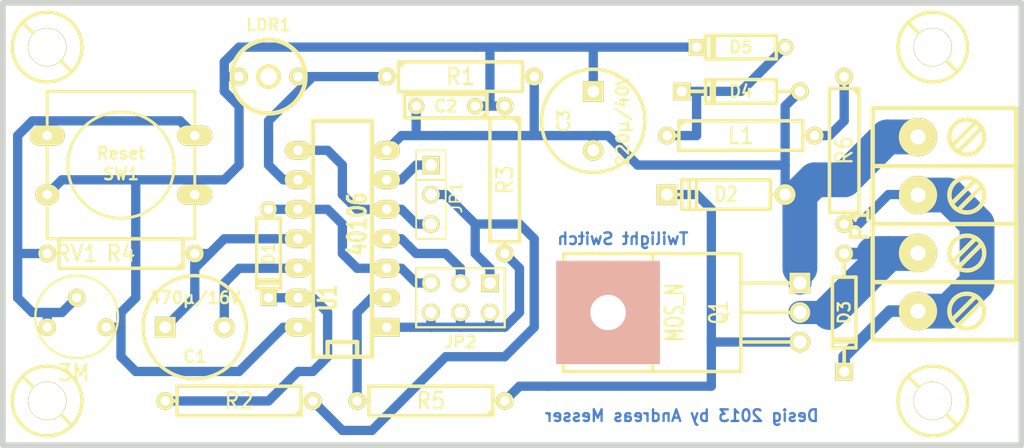
<source format=kicad_pcb>
(kicad_pcb (version 3) (host pcbnew "(2013-may-01)-stable")

  (general
    (links 50)
    (no_connects 0)
    (area 78.489999 129.289999 166.620001 167.890001)
    (thickness 1.6)
    (drawings 6)
    (tracks 178)
    (zones 0)
    (modules 27)
    (nets 20)
  )

  (page A4)
  (title_block 
    (title "Twilight Switch")
    (rev 1)
    (company "Andreas Messer")
    (comment 1 "Copyright (c) 2013")
  )

  (layers
    (15 F.Cu signal)
    (0 B.Cu signal)
    (16 B.Adhes user)
    (17 F.Adhes user)
    (18 B.Paste user)
    (19 F.Paste user)
    (20 B.SilkS user)
    (21 F.SilkS user)
    (22 B.Mask user)
    (23 F.Mask user)
    (24 Dwgs.User user)
    (25 Cmts.User user)
    (26 Eco1.User user)
    (27 Eco2.User user)
    (28 Edge.Cuts user)
  )

  (setup
    (last_trace_width 0.8)
    (user_trace_width 1)
    (user_trace_width 2)
    (user_trace_width 3)
    (trace_clearance 0.254)
    (zone_clearance 0.508)
    (zone_45_only no)
    (trace_min 0.254)
    (segment_width 0.2)
    (edge_width 0.15)
    (via_size 0.889)
    (via_drill 0.635)
    (via_min_size 0.889)
    (via_min_drill 0.508)
    (uvia_size 0.508)
    (uvia_drill 0.127)
    (uvias_allowed no)
    (uvia_min_size 0.508)
    (uvia_min_drill 0.127)
    (pcb_text_width 0.3)
    (pcb_text_size 1 1)
    (mod_edge_width 0.15)
    (mod_text_size 1 1)
    (mod_text_width 0.15)
    (pad_size 2.048 1.7272)
    (pad_drill 0.8128)
    (pad_to_mask_clearance 0)
    (aux_axis_origin 0 0)
    (visible_elements 7FFFFFFF)
    (pcbplotparams
      (layerselection 2097152)
      (usegerberextensions false)
      (excludeedgelayer false)
      (linewidth 100000)
      (plotframeref false)
      (viasonmask false)
      (mode 1)
      (useauxorigin false)
      (hpglpennumber 1)
      (hpglpenspeed 20)
      (hpglpendiameter 15)
      (hpglpenoverlay 2)
      (psnegative false)
      (psa4output false)
      (plotreference true)
      (plotvalue false)
      (plotothertext false)
      (plotinvisibletext false)
      (padsonsilk false)
      (subtractmaskfromsilk false)
      (outputformat 5)
      (mirror false)
      (drillshape 1)
      (scaleselection 1)
      (outputdirectory ""))
  )

  (net 0 "")
  (net 1 N-000001)
  (net 2 N-0000010)
  (net 3 N-0000011)
  (net 4 N-0000012)
  (net 5 N-0000013)
  (net 6 N-0000014)
  (net 7 N-0000015)
  (net 8 N-0000016)
  (net 9 N-0000017)
  (net 10 N-0000019)
  (net 11 N-000002)
  (net 12 N-000003)
  (net 13 N-000005)
  (net 14 N-000006)
  (net 15 N-000007)
  (net 16 N-000008)
  (net 17 N-000009)
  (net 18 VDD)
  (net 19 VSS)

  (net_class Default "Dies ist die voreingestellte Netzklasse."
    (clearance 0.254)
    (trace_width 0.8)
    (via_dia 0.889)
    (via_drill 0.635)
    (uvia_dia 0.508)
    (uvia_drill 0.127)
    (add_net "")
    (add_net N-000001)
    (add_net N-0000010)
    (add_net N-0000011)
    (add_net N-0000012)
    (add_net N-0000013)
    (add_net N-0000014)
    (add_net N-0000015)
    (add_net N-0000016)
    (add_net N-0000017)
    (add_net N-0000019)
    (add_net N-000002)
    (add_net N-000003)
    (add_net N-000005)
    (add_net N-000006)
    (add_net N-000007)
    (add_net N-000008)
    (add_net N-000009)
    (add_net VDD)
    (add_net VSS)
  )

  (net_class Power ""
    (clearance 0.254)
    (trace_width 3)
    (via_dia 0.889)
    (via_drill 0.635)
    (uvia_dia 0.508)
    (uvia_drill 0.127)
  )

  (module SW_PUSH-12mm (layer F.Cu) (tedit 5200D8F7) (tstamp 5200D023)
    (at 198.12 148.59 180)
    (path /5200DBCB)
    (fp_text reference SW1 (at 0 -0.762 180) (layer F.SilkS)
      (effects (font (size 1.016 1.016) (thickness 0.2032)))
    )
    (fp_text value Reset (at 0 1.016 180) (layer F.SilkS)
      (effects (font (size 1.016 1.016) (thickness 0.2032)))
    )
    (fp_circle (center 0 0) (end 3.81 2.54) (layer F.SilkS) (width 0.254))
    (fp_line (start -6.35 -6.35) (end 6.35 -6.35) (layer F.SilkS) (width 0.254))
    (fp_line (start 6.35 -6.35) (end 6.35 6.35) (layer F.SilkS) (width 0.254))
    (fp_line (start 6.35 6.35) (end -6.35 6.35) (layer F.SilkS) (width 0.254))
    (fp_line (start -6.35 6.35) (end -6.35 -6.35) (layer F.SilkS) (width 0.254))
    (pad 1 thru_hole oval (at 6.35 -2.54 180) (size 2.048 1.7272) (drill 0.8128)
      (layers *.Cu *.Mask F.SilkS)
      (net 18 VDD)
    )
    (pad 2 thru_hole oval (at 6.35 2.54 180) (size 3.048 1.7272) (drill 0.8128)
      (layers *.Cu *.Mask F.SilkS)
      (net 5 N-0000013)
    )
    (pad 1 thru_hole oval (at -6.35 -2.54 180) (size 3.048 1.7272) (drill 0.8128)
      (layers *.Cu *.Mask F.SilkS)
      (net 18 VDD)
    )
    (pad 2 thru_hole oval (at -6.35 2.54 180) (size 3.048 1.7272) (drill 0.8128)
      (layers *.Cu *.Mask F.SilkS)
      (net 5 N-0000013)
    )
  )

  (module TO220GDS (layer F.Cu) (tedit 4469D051) (tstamp 51E14434)
    (at 256.54 161.29 180)
    (descr "Transistor VMOS Irf530, TO220")
    (tags "TR TO220 DEV")
    (path /51E136DB)
    (fp_text reference Q1 (at 6.985 0 270) (layer F.SilkS)
      (effects (font (size 1.524 1.016) (thickness 0.2032)))
    )
    (fp_text value MOS_N (at 10.795 0 270) (layer F.SilkS)
      (effects (font (size 1.524 1.016) (thickness 0.2032)))
    )
    (fp_line (start 0 -2.54) (end 5.08 -2.54) (layer F.SilkS) (width 0.3048))
    (fp_line (start 0 0) (end 5.08 0) (layer F.SilkS) (width 0.3048))
    (fp_line (start 0 2.54) (end 5.08 2.54) (layer F.SilkS) (width 0.3048))
    (fp_line (start 5.08 -5.08) (end 20.32 -5.08) (layer F.SilkS) (width 0.3048))
    (fp_line (start 20.32 -5.08) (end 20.32 5.08) (layer F.SilkS) (width 0.3048))
    (fp_line (start 20.32 5.08) (end 5.08 5.08) (layer F.SilkS) (width 0.3048))
    (fp_line (start 5.08 5.08) (end 5.08 -5.08) (layer F.SilkS) (width 0.3048))
    (fp_line (start 12.7 5.08) (end 12.7 -5.08) (layer F.SilkS) (width 0.3048))
    (pad 4 thru_hole rect (at 16.51 0 180) (size 8.89 8.89) (drill 3.048)
      (layers *.Cu *.SilkS *.Mask)
    )
    (pad G thru_hole circle (at 0 -2.54 180) (size 1.778 1.778) (drill 1.143)
      (layers *.Cu *.Mask F.SilkS)
      (net 17 N-000009)
    )
    (pad D thru_hole circle (at 0 0 180) (size 1.778 1.778) (drill 1.143)
      (layers *.Cu *.Mask F.SilkS)
      (net 1 N-000001)
    )
    (pad S thru_hole rect (at 0 2.54 180) (size 1.778 1.778) (drill 1.143)
      (layers *.Cu *.Mask F.SilkS)
      (net 19 VSS)
    )
    (model discret/to220_horiz.wrl
      (at (xyz 0 0 0))
      (scale (xyz 1 1 1))
      (rotate (xyz 0 0 0))
    )
  )

  (module R5 (layer F.Cu) (tedit 200000) (tstamp 51E14441)
    (at 224.79 168.91 180)
    (descr "Resistance 5 pas")
    (tags R)
    (path /51E136C9)
    (autoplace_cost180 10)
    (fp_text reference R5 (at 0 0 180) (layer F.SilkS)
      (effects (font (size 1.397 1.27) (thickness 0.2032)))
    )
    (fp_text value 100 (at 0 0 180) (layer F.SilkS) hide
      (effects (font (size 1.397 1.27) (thickness 0.2032)))
    )
    (fp_line (start -6.35 0) (end -5.334 0) (layer F.SilkS) (width 0.3048))
    (fp_line (start 6.35 0) (end 5.334 0) (layer F.SilkS) (width 0.3048))
    (fp_line (start 5.334 -1.27) (end 5.334 1.27) (layer F.SilkS) (width 0.3048))
    (fp_line (start 5.334 1.27) (end -5.334 1.27) (layer F.SilkS) (width 0.3048))
    (fp_line (start -5.334 1.27) (end -5.334 -1.27) (layer F.SilkS) (width 0.3048))
    (fp_line (start -5.334 -1.27) (end 5.334 -1.27) (layer F.SilkS) (width 0.3048))
    (fp_line (start -5.334 -0.762) (end -4.826 -1.27) (layer F.SilkS) (width 0.3048))
    (pad 1 thru_hole circle (at -6.35 0 180) (size 1.524 1.524) (drill 0.8128)
      (layers *.Cu *.Mask F.SilkS)
      (net 17 N-000009)
    )
    (pad 2 thru_hole circle (at 6.35 0 180) (size 1.524 1.524) (drill 0.8128)
      (layers *.Cu *.Mask F.SilkS)
      (net 12 N-000003)
    )
    (model discret/resistor.wrl
      (at (xyz 0 0 0))
      (scale (xyz 0.5 0.5 0.5))
      (rotate (xyz 0 0 0))
    )
  )

  (module R5 (layer F.Cu) (tedit 200000) (tstamp 51E25F1B)
    (at 231.14 149.86 270)
    (descr "Resistance 5 pas")
    (tags R)
    (path /51E141DA)
    (autoplace_cost180 10)
    (fp_text reference R3 (at 0 0 270) (layer F.SilkS)
      (effects (font (size 1.397 1.27) (thickness 0.2032)))
    )
    (fp_text value 57k (at 0 0 270) (layer F.SilkS) hide
      (effects (font (size 1.397 1.27) (thickness 0.2032)))
    )
    (fp_line (start -6.35 0) (end -5.334 0) (layer F.SilkS) (width 0.3048))
    (fp_line (start 6.35 0) (end 5.334 0) (layer F.SilkS) (width 0.3048))
    (fp_line (start 5.334 -1.27) (end 5.334 1.27) (layer F.SilkS) (width 0.3048))
    (fp_line (start 5.334 1.27) (end -5.334 1.27) (layer F.SilkS) (width 0.3048))
    (fp_line (start -5.334 1.27) (end -5.334 -1.27) (layer F.SilkS) (width 0.3048))
    (fp_line (start -5.334 -1.27) (end 5.334 -1.27) (layer F.SilkS) (width 0.3048))
    (fp_line (start -5.334 -0.762) (end -4.826 -1.27) (layer F.SilkS) (width 0.3048))
    (pad 1 thru_hole circle (at -6.35 0 270) (size 1.524 1.524) (drill 0.8128)
      (layers *.Cu *.Mask F.SilkS)
      (net 18 VDD)
    )
    (pad 2 thru_hole circle (at 6.35 0 270) (size 1.524 1.524) (drill 0.8128)
      (layers *.Cu *.Mask F.SilkS)
      (net 9 N-0000017)
    )
    (model discret/resistor.wrl
      (at (xyz 0 0 0))
      (scale (xyz 0.5 0.5 0.5))
      (rotate (xyz 0 0 0))
    )
  )

  (module R5 (layer F.Cu) (tedit 200000) (tstamp 51E1445B)
    (at 260.35 147.32 270)
    (descr "Resistance 5 pas")
    (tags R)
    (path /51E13AB7)
    (autoplace_cost180 10)
    (fp_text reference R6 (at 0 0 270) (layer F.SilkS)
      (effects (font (size 1.397 1.27) (thickness 0.2032)))
    )
    (fp_text value 100 (at 0 0 270) (layer F.SilkS) hide
      (effects (font (size 1.397 1.27) (thickness 0.2032)))
    )
    (fp_line (start -6.35 0) (end -5.334 0) (layer F.SilkS) (width 0.3048))
    (fp_line (start 6.35 0) (end 5.334 0) (layer F.SilkS) (width 0.3048))
    (fp_line (start 5.334 -1.27) (end 5.334 1.27) (layer F.SilkS) (width 0.3048))
    (fp_line (start 5.334 1.27) (end -5.334 1.27) (layer F.SilkS) (width 0.3048))
    (fp_line (start -5.334 1.27) (end -5.334 -1.27) (layer F.SilkS) (width 0.3048))
    (fp_line (start -5.334 -1.27) (end 5.334 -1.27) (layer F.SilkS) (width 0.3048))
    (fp_line (start -5.334 -0.762) (end -4.826 -1.27) (layer F.SilkS) (width 0.3048))
    (pad 1 thru_hole circle (at -6.35 0 270) (size 1.524 1.524) (drill 0.8128)
      (layers *.Cu *.Mask F.SilkS)
      (net 11 N-000002)
    )
    (pad 2 thru_hole circle (at 6.35 0 270) (size 1.524 1.524) (drill 0.8128)
      (layers *.Cu *.Mask F.SilkS)
      (net 2 N-0000010)
    )
    (model discret/resistor.wrl
      (at (xyz 0 0 0))
      (scale (xyz 0.5 0.5 0.5))
      (rotate (xyz 0 0 0))
    )
  )

  (module R5 (layer F.Cu) (tedit 200000) (tstamp 51E14468)
    (at 251.46 146.05)
    (descr "Resistance 5 pas")
    (tags R)
    (path /51E13AAA)
    (autoplace_cost180 10)
    (fp_text reference L1 (at 0 0) (layer F.SilkS)
      (effects (font (size 1.397 1.27) (thickness 0.2032)))
    )
    (fp_text value 47µ (at 0 0) (layer F.SilkS) hide
      (effects (font (size 1.397 1.27) (thickness 0.2032)))
    )
    (fp_line (start -6.35 0) (end -5.334 0) (layer F.SilkS) (width 0.3048))
    (fp_line (start 6.35 0) (end 5.334 0) (layer F.SilkS) (width 0.3048))
    (fp_line (start 5.334 -1.27) (end 5.334 1.27) (layer F.SilkS) (width 0.3048))
    (fp_line (start 5.334 1.27) (end -5.334 1.27) (layer F.SilkS) (width 0.3048))
    (fp_line (start -5.334 1.27) (end -5.334 -1.27) (layer F.SilkS) (width 0.3048))
    (fp_line (start -5.334 -1.27) (end 5.334 -1.27) (layer F.SilkS) (width 0.3048))
    (fp_line (start -5.334 -0.762) (end -4.826 -1.27) (layer F.SilkS) (width 0.3048))
    (pad 1 thru_hole circle (at -6.35 0) (size 1.524 1.524) (drill 0.8128)
      (layers *.Cu *.Mask F.SilkS)
      (net 3 N-0000011)
    )
    (pad 2 thru_hole circle (at 6.35 0) (size 1.524 1.524) (drill 0.8128)
      (layers *.Cu *.Mask F.SilkS)
      (net 11 N-000002)
    )
    (model discret/resistor.wrl
      (at (xyz 0 0 0))
      (scale (xyz 0.5 0.5 0.5))
      (rotate (xyz 0 0 0))
    )
  )

  (module R5 (layer F.Cu) (tedit 200000) (tstamp 51E14475)
    (at 208.28 168.91 180)
    (descr "Resistance 5 pas")
    (tags R)
    (path /51E132B2)
    (autoplace_cost180 10)
    (fp_text reference R2 (at 0 0 180) (layer F.SilkS)
      (effects (font (size 1.397 1.27) (thickness 0.2032)))
    )
    (fp_text value 57k (at 0 0 180) (layer F.SilkS) hide
      (effects (font (size 1.397 1.27) (thickness 0.2032)))
    )
    (fp_line (start -6.35 0) (end -5.334 0) (layer F.SilkS) (width 0.3048))
    (fp_line (start 6.35 0) (end 5.334 0) (layer F.SilkS) (width 0.3048))
    (fp_line (start 5.334 -1.27) (end 5.334 1.27) (layer F.SilkS) (width 0.3048))
    (fp_line (start 5.334 1.27) (end -5.334 1.27) (layer F.SilkS) (width 0.3048))
    (fp_line (start -5.334 1.27) (end -5.334 -1.27) (layer F.SilkS) (width 0.3048))
    (fp_line (start -5.334 -1.27) (end 5.334 -1.27) (layer F.SilkS) (width 0.3048))
    (fp_line (start -5.334 -0.762) (end -4.826 -1.27) (layer F.SilkS) (width 0.3048))
    (pad 1 thru_hole circle (at -6.35 0 180) (size 1.524 1.524) (drill 0.8128)
      (layers *.Cu *.Mask F.SilkS)
      (net 8 N-0000016)
    )
    (pad 2 thru_hole circle (at 6.35 0 180) (size 1.524 1.524) (drill 0.8128)
      (layers *.Cu *.Mask F.SilkS)
      (net 15 N-000007)
    )
    (model discret/resistor.wrl
      (at (xyz 0 0 0))
      (scale (xyz 0.5 0.5 0.5))
      (rotate (xyz 0 0 0))
    )
  )

  (module R5 (layer F.Cu) (tedit 200000) (tstamp 51E14482)
    (at 198.12 156.21 180)
    (descr "Resistance 5 pas")
    (tags R)
    (path /51E1328D)
    (autoplace_cost180 10)
    (fp_text reference R4 (at 0 0 180) (layer F.SilkS)
      (effects (font (size 1.397 1.27) (thickness 0.2032)))
    )
    (fp_text value 1k (at 0 0 180) (layer F.SilkS) hide
      (effects (font (size 1.397 1.27) (thickness 0.2032)))
    )
    (fp_line (start -6.35 0) (end -5.334 0) (layer F.SilkS) (width 0.3048))
    (fp_line (start 6.35 0) (end 5.334 0) (layer F.SilkS) (width 0.3048))
    (fp_line (start 5.334 -1.27) (end 5.334 1.27) (layer F.SilkS) (width 0.3048))
    (fp_line (start 5.334 1.27) (end -5.334 1.27) (layer F.SilkS) (width 0.3048))
    (fp_line (start -5.334 1.27) (end -5.334 -1.27) (layer F.SilkS) (width 0.3048))
    (fp_line (start -5.334 -1.27) (end 5.334 -1.27) (layer F.SilkS) (width 0.3048))
    (fp_line (start -5.334 -0.762) (end -4.826 -1.27) (layer F.SilkS) (width 0.3048))
    (pad 1 thru_hole circle (at -6.35 0 180) (size 1.524 1.524) (drill 0.8128)
      (layers *.Cu *.Mask F.SilkS)
      (net 4 N-0000012)
    )
    (pad 2 thru_hole circle (at 6.35 0 180) (size 1.524 1.524) (drill 0.8128)
      (layers *.Cu *.Mask F.SilkS)
      (net 5 N-0000013)
    )
    (model discret/resistor.wrl
      (at (xyz 0 0 0))
      (scale (xyz 0.5 0.5 0.5))
      (rotate (xyz 0 0 0))
    )
  )

  (module R5 (layer F.Cu) (tedit 200000) (tstamp 51E1448F)
    (at 227.33 140.97)
    (descr "Resistance 5 pas")
    (tags R)
    (path /51E13206)
    (autoplace_cost180 10)
    (fp_text reference R1 (at 0 0) (layer F.SilkS)
      (effects (font (size 1.397 1.27) (thickness 0.2032)))
    )
    (fp_text value 57k (at 0 0) (layer F.SilkS) hide
      (effects (font (size 1.397 1.27) (thickness 0.2032)))
    )
    (fp_line (start -6.35 0) (end -5.334 0) (layer F.SilkS) (width 0.3048))
    (fp_line (start 6.35 0) (end 5.334 0) (layer F.SilkS) (width 0.3048))
    (fp_line (start 5.334 -1.27) (end 5.334 1.27) (layer F.SilkS) (width 0.3048))
    (fp_line (start 5.334 1.27) (end -5.334 1.27) (layer F.SilkS) (width 0.3048))
    (fp_line (start -5.334 1.27) (end -5.334 -1.27) (layer F.SilkS) (width 0.3048))
    (fp_line (start -5.334 -1.27) (end 5.334 -1.27) (layer F.SilkS) (width 0.3048))
    (fp_line (start -5.334 -0.762) (end -4.826 -1.27) (layer F.SilkS) (width 0.3048))
    (pad 1 thru_hole circle (at -6.35 0) (size 1.524 1.524) (drill 0.8128)
      (layers *.Cu *.Mask F.SilkS)
      (net 13 N-000005)
    )
    (pad 2 thru_hole circle (at 6.35 0) (size 1.524 1.524) (drill 0.8128)
      (layers *.Cu *.Mask F.SilkS)
      (net 19 VSS)
    )
    (model discret/resistor.wrl
      (at (xyz 0 0 0))
      (scale (xyz 0.5 0.5 0.5))
      (rotate (xyz 0 0 0))
    )
  )

  (module pin_array_3x2 (layer F.Cu) (tedit 42931587) (tstamp 51E25F2A)
    (at 227.33 160.02 180)
    (descr "Double rangee de contacts 2 x 4 pins")
    (tags CONN)
    (path /51E1356A)
    (fp_text reference JP2 (at 0 -3.81 180) (layer F.SilkS)
      (effects (font (size 1.016 1.016) (thickness 0.2032)))
    )
    (fp_text value CONN_3X2 (at 0 3.81 180) (layer F.SilkS) hide
      (effects (font (size 1.016 1.016) (thickness 0.2032)))
    )
    (fp_line (start 3.81 2.54) (end -3.81 2.54) (layer F.SilkS) (width 0.2032))
    (fp_line (start -3.81 -2.54) (end 3.81 -2.54) (layer F.SilkS) (width 0.2032))
    (fp_line (start 3.81 -2.54) (end 3.81 2.54) (layer F.SilkS) (width 0.2032))
    (fp_line (start -3.81 2.54) (end -3.81 -2.54) (layer F.SilkS) (width 0.2032))
    (pad 1 thru_hole rect (at -2.54 1.27 180) (size 1.524 1.524) (drill 1.016)
      (layers *.Cu *.Mask F.SilkS)
      (net 8 N-0000016)
    )
    (pad 2 thru_hole circle (at -2.54 -1.27 180) (size 1.524 1.524) (drill 1.016)
      (layers *.Cu *.Mask F.SilkS)
      (net 9 N-0000017)
    )
    (pad 3 thru_hole circle (at 0 1.27 180) (size 1.524 1.524) (drill 1.016)
      (layers *.Cu *.Mask F.SilkS)
      (net 7 N-0000015)
    )
    (pad 4 thru_hole circle (at 0 -1.27 180) (size 1.524 1.524) (drill 1.016)
      (layers *.Cu *.Mask F.SilkS)
      (net 9 N-0000017)
    )
    (pad 5 thru_hole circle (at 2.54 1.27 180) (size 1.524 1.524) (drill 1.016)
      (layers *.Cu *.Mask F.SilkS)
      (net 6 N-0000014)
    )
    (pad 6 thru_hole circle (at 2.54 -1.27 180) (size 1.524 1.524) (drill 1.016)
      (layers *.Cu *.Mask F.SilkS)
      (net 9 N-0000017)
    )
    (model pin_array/pins_array_3x2.wrl
      (at (xyz 0 0 0))
      (scale (xyz 1 1 1))
      (rotate (xyz 0 0 0))
    )
  )

  (module PIN_ARRAY_3X1 (layer F.Cu) (tedit 4C1130E0) (tstamp 51E26690)
    (at 224.79 151.13 270)
    (descr "Connecteur 3 pins")
    (tags "CONN DEV")
    (path /51E1345A)
    (fp_text reference JP1 (at 0.254 -2.159 270) (layer F.SilkS)
      (effects (font (size 1.016 1.016) (thickness 0.1524)))
    )
    (fp_text value JUMPER3 (at 0 -2.159 270) (layer F.SilkS) hide
      (effects (font (size 1.016 1.016) (thickness 0.1524)))
    )
    (fp_line (start -3.81 1.27) (end -3.81 -1.27) (layer F.SilkS) (width 0.1524))
    (fp_line (start -3.81 -1.27) (end 3.81 -1.27) (layer F.SilkS) (width 0.1524))
    (fp_line (start 3.81 -1.27) (end 3.81 1.27) (layer F.SilkS) (width 0.1524))
    (fp_line (start 3.81 1.27) (end -3.81 1.27) (layer F.SilkS) (width 0.1524))
    (fp_line (start -1.27 -1.27) (end -1.27 1.27) (layer F.SilkS) (width 0.1524))
    (pad 1 thru_hole rect (at -2.54 0 270) (size 1.524 1.524) (drill 1.016)
      (layers *.Cu *.Mask F.SilkS)
      (net 16 N-000008)
    )
    (pad 2 thru_hole circle (at 0 0 270) (size 1.524 1.524) (drill 1.016)
      (layers *.Cu *.Mask F.SilkS)
      (net 8 N-0000016)
    )
    (pad 3 thru_hole circle (at 2.54 0 270) (size 1.524 1.524) (drill 1.016)
      (layers *.Cu *.Mask F.SilkS)
      (net 10 N-0000019)
    )
    (model pin_array/pins_array_3x1.wrl
      (at (xyz 0 0 0))
      (scale (xyz 1 1 1))
      (rotate (xyz 0 0 0))
    )
  )

  (module DO-41 (layer F.Cu) (tedit 4C5F69ED) (tstamp 51E144BB)
    (at 260.35 161.29 270)
    (descr "Diode 3 pas")
    (tags "DIODE DEV")
    (path /51E14132)
    (fp_text reference D3 (at 0 0 270) (layer F.SilkS)
      (effects (font (size 1.016 1.016) (thickness 0.2032)))
    )
    (fp_text value DIODE (at 0 0 270) (layer F.SilkS) hide
      (effects (font (size 1.016 1.016) (thickness 0.2032)))
    )
    (fp_line (start -3.81 0) (end -5.08 0) (layer F.SilkS) (width 0.3175))
    (fp_line (start 3.81 0) (end 5.08 0) (layer F.SilkS) (width 0.3175))
    (fp_line (start 3.81 0) (end 3.048 0) (layer F.SilkS) (width 0.3175))
    (fp_line (start 3.048 0) (end 3.048 -1.016) (layer F.SilkS) (width 0.3048))
    (fp_line (start 3.048 -1.016) (end -3.048 -1.016) (layer F.SilkS) (width 0.3048))
    (fp_line (start -3.048 -1.016) (end -3.048 0) (layer F.SilkS) (width 0.3048))
    (fp_line (start -3.048 0) (end -3.81 0) (layer F.SilkS) (width 0.3048))
    (fp_line (start -3.048 0) (end -3.048 1.016) (layer F.SilkS) (width 0.3048))
    (fp_line (start -3.048 1.016) (end 3.048 1.016) (layer F.SilkS) (width 0.3048))
    (fp_line (start 3.048 1.016) (end 3.048 0) (layer F.SilkS) (width 0.3048))
    (fp_line (start 2.54 -1.016) (end 2.54 1.016) (layer F.SilkS) (width 0.3048))
    (fp_line (start 2.286 1.016) (end 2.286 -1.016) (layer F.SilkS) (width 0.3048))
    (pad 2 thru_hole rect (at 5.08 0 270) (size 1.524 1.524) (drill 0.889)
      (layers *.Cu *.Mask F.SilkS)
      (net 2 N-0000010)
    )
    (pad 1 thru_hole circle (at -5.08 0 270) (size 1.524 1.524) (drill 0.889)
      (layers *.Cu *.Mask F.SilkS)
      (net 1 N-000001)
    )
  )

  (module DIP-14__300_ELL (layer F.Cu) (tedit 200000) (tstamp 51E144E1)
    (at 217.17 154.94 90)
    (descr "14 pins DIL package, elliptical pads")
    (tags DIL)
    (path /51E131F7)
    (fp_text reference U1 (at -5.08 -1.27 90) (layer F.SilkS)
      (effects (font (size 1.524 1.143) (thickness 0.3048)))
    )
    (fp_text value 40106 (at 1.27 1.27 90) (layer F.SilkS)
      (effects (font (size 1.524 1.143) (thickness 0.3048)))
    )
    (fp_line (start -10.16 -2.54) (end 10.16 -2.54) (layer F.SilkS) (width 0.381))
    (fp_line (start 10.16 2.54) (end -10.16 2.54) (layer F.SilkS) (width 0.381))
    (fp_line (start -10.16 2.54) (end -10.16 -2.54) (layer F.SilkS) (width 0.381))
    (fp_line (start -10.16 -1.27) (end -8.89 -1.27) (layer F.SilkS) (width 0.381))
    (fp_line (start -8.89 -1.27) (end -8.89 1.27) (layer F.SilkS) (width 0.381))
    (fp_line (start -8.89 1.27) (end -10.16 1.27) (layer F.SilkS) (width 0.381))
    (fp_line (start 10.16 -2.54) (end 10.16 2.54) (layer F.SilkS) (width 0.381))
    (pad 1 thru_hole rect (at -7.62 3.81 90) (size 1.5748 2.286) (drill 0.8128)
      (layers *.Cu *.Mask F.SilkS)
      (net 9 N-0000017)
    )
    (pad 2 thru_hole oval (at -5.08 3.81 90) (size 1.5748 2.286) (drill 0.8128)
      (layers *.Cu *.Mask F.SilkS)
      (net 12 N-000003)
    )
    (pad 3 thru_hole oval (at -2.54 3.81 90) (size 1.5748 2.286) (drill 0.8128)
      (layers *.Cu *.Mask F.SilkS)
      (net 6 N-0000014)
    )
    (pad 4 thru_hole oval (at 0 3.81 90) (size 1.5748 2.286) (drill 0.8128)
      (layers *.Cu *.Mask F.SilkS)
      (net 7 N-0000015)
    )
    (pad 5 thru_hole oval (at 2.54 3.81 90) (size 1.5748 2.286) (drill 0.8128)
      (layers *.Cu *.Mask F.SilkS)
      (net 10 N-0000019)
    )
    (pad 6 thru_hole oval (at 5.08 3.81 90) (size 1.5748 2.286) (drill 0.8128)
      (layers *.Cu *.Mask F.SilkS)
      (net 16 N-000008)
    )
    (pad 7 thru_hole oval (at 7.62 3.81 90) (size 1.5748 2.286) (drill 0.8128)
      (layers *.Cu *.Mask F.SilkS)
      (net 19 VSS)
    )
    (pad 8 thru_hole oval (at 7.62 -3.81 90) (size 1.5748 2.286) (drill 0.8128)
      (layers *.Cu *.Mask F.SilkS)
      (net 10 N-0000019)
    )
    (pad 9 thru_hole oval (at 5.08 -3.81 90) (size 1.5748 2.286) (drill 0.8128)
      (layers *.Cu *.Mask F.SilkS)
      (net 13 N-000005)
    )
    (pad 10 thru_hole oval (at 2.54 -3.81 90) (size 1.5748 2.286) (drill 0.8128)
      (layers *.Cu *.Mask F.SilkS)
      (net 6 N-0000014)
    )
    (pad 11 thru_hole oval (at 0 -3.81 90) (size 1.5748 2.286) (drill 0.8128)
      (layers *.Cu *.Mask F.SilkS)
      (net 4 N-0000012)
    )
    (pad 12 thru_hole oval (at -2.54 -3.81 90) (size 1.5748 2.286) (drill 0.8128)
      (layers *.Cu *.Mask F.SilkS)
      (net 14 N-000006)
    )
    (pad 13 thru_hole oval (at -5.08 -3.81 90) (size 1.5748 2.286) (drill 0.8128)
      (layers *.Cu *.Mask F.SilkS)
      (net 15 N-000007)
    )
    (pad 14 thru_hole oval (at -7.62 -3.81 90) (size 1.5748 2.286) (drill 0.8128)
      (layers *.Cu *.Mask F.SilkS)
      (net 18 VDD)
    )
    (model dil/dil_14.wrl
      (at (xyz 0 0 0))
      (scale (xyz 1 1 1))
      (rotate (xyz 0 0 0))
    )
  )

  (module D4 (layer F.Cu) (tedit 200000) (tstamp 51E144EF)
    (at 250.19 151.13 180)
    (descr "Diode 4 pas")
    (tags "DIODE DEV")
    (path /51E136BC)
    (fp_text reference D2 (at 0 0 180) (layer F.SilkS)
      (effects (font (size 1.27 1.016) (thickness 0.2032)))
    )
    (fp_text value 12V (at 0 0 180) (layer F.SilkS) hide
      (effects (font (size 1.27 1.016) (thickness 0.2032)))
    )
    (fp_line (start -3.81 -1.27) (end 3.81 -1.27) (layer F.SilkS) (width 0.3048))
    (fp_line (start 3.81 -1.27) (end 3.81 1.27) (layer F.SilkS) (width 0.3048))
    (fp_line (start 3.81 1.27) (end -3.81 1.27) (layer F.SilkS) (width 0.3048))
    (fp_line (start -3.81 1.27) (end -3.81 -1.27) (layer F.SilkS) (width 0.3048))
    (fp_line (start 3.175 -1.27) (end 3.175 1.27) (layer F.SilkS) (width 0.3048))
    (fp_line (start 2.54 1.27) (end 2.54 -1.27) (layer F.SilkS) (width 0.3048))
    (fp_line (start -3.81 0) (end -5.08 0) (layer F.SilkS) (width 0.3048))
    (fp_line (start 3.81 0) (end 5.08 0) (layer F.SilkS) (width 0.3048))
    (pad 1 thru_hole circle (at -5.08 0 180) (size 1.778 1.778) (drill 1.016)
      (layers *.Cu *.Mask F.SilkS)
      (net 19 VSS)
    )
    (pad 2 thru_hole rect (at 5.08 0 180) (size 1.778 1.778) (drill 1.016)
      (layers *.Cu *.Mask F.SilkS)
      (net 17 N-000009)
    )
    (model discret/diode.wrl
      (at (xyz 0 0 0))
      (scale (xyz 0.4 0.4 0.4))
      (rotate (xyz 0 0 0))
    )
  )

  (module D3 (layer F.Cu) (tedit 200000) (tstamp 51E144FF)
    (at 210.82 156.21 270)
    (descr "Diode 3 pas")
    (tags "DIODE DEV")
    (path /51E132DA)
    (fp_text reference D1 (at 0 0 270) (layer F.SilkS)
      (effects (font (size 1.016 1.016) (thickness 0.2032)))
    )
    (fp_text value DIODE (at 0 0 270) (layer F.SilkS) hide
      (effects (font (size 1.016 1.016) (thickness 0.2032)))
    )
    (fp_line (start 3.81 0) (end 3.048 0) (layer F.SilkS) (width 0.3048))
    (fp_line (start 3.048 0) (end 3.048 -1.016) (layer F.SilkS) (width 0.3048))
    (fp_line (start 3.048 -1.016) (end -3.048 -1.016) (layer F.SilkS) (width 0.3048))
    (fp_line (start -3.048 -1.016) (end -3.048 0) (layer F.SilkS) (width 0.3048))
    (fp_line (start -3.048 0) (end -3.81 0) (layer F.SilkS) (width 0.3048))
    (fp_line (start -3.048 0) (end -3.048 1.016) (layer F.SilkS) (width 0.3048))
    (fp_line (start -3.048 1.016) (end 3.048 1.016) (layer F.SilkS) (width 0.3048))
    (fp_line (start 3.048 1.016) (end 3.048 0) (layer F.SilkS) (width 0.3048))
    (fp_line (start 2.54 -1.016) (end 2.54 1.016) (layer F.SilkS) (width 0.3048))
    (fp_line (start 2.286 1.016) (end 2.286 -1.016) (layer F.SilkS) (width 0.3048))
    (pad 2 thru_hole rect (at 3.81 0 270) (size 1.397 1.397) (drill 0.8128)
      (layers *.Cu *.Mask F.SilkS)
      (net 15 N-000007)
    )
    (pad 1 thru_hole circle (at -3.81 0 270) (size 1.397 1.397) (drill 0.8128)
      (layers *.Cu *.Mask F.SilkS)
      (net 6 N-0000014)
    )
    (model discret/diode.wrl
      (at (xyz 0 0 0))
      (scale (xyz 0.3 0.3 0.3))
      (rotate (xyz 0 0 0))
    )
  )

  (module C2V8 (layer F.Cu) (tedit 46544AA3) (tstamp 51E14506)
    (at 238.76 144.78 270)
    (descr "Condensateur polarise")
    (tags CP)
    (path /51E13A89)
    (fp_text reference C3 (at 0 2.54 270) (layer F.SilkS)
      (effects (font (size 1.016 1.016) (thickness 0.2032)))
    )
    (fp_text value 220µ/40V (at 0 -2.54 270) (layer F.SilkS)
      (effects (font (size 1.016 1.016) (thickness 0.2032)))
    )
    (fp_circle (center 0 0) (end -4.445 0) (layer F.SilkS) (width 0.3048))
    (pad 1 thru_hole rect (at -2.54 0 270) (size 1.778 1.778) (drill 1.016)
      (layers *.Cu *.Mask F.SilkS)
      (net 18 VDD)
    )
    (pad 2 thru_hole circle (at 2.54 0 270) (size 1.778 1.778) (drill 1.016)
      (layers *.Cu *.Mask F.SilkS)
      (net 19 VSS)
    )
    (model discret/c_vert_c2v10.wrl
      (at (xyz 0 0 0))
      (scale (xyz 1 1 1))
      (rotate (xyz 0 0 0))
    )
  )

  (module C2 (layer F.Cu) (tedit 200000) (tstamp 51E1451F)
    (at 226.06 143.51 180)
    (descr "Condensateur = 2 pas")
    (tags C)
    (path /51E13A7C)
    (fp_text reference C2 (at 0 0 180) (layer F.SilkS)
      (effects (font (size 1.016 1.016) (thickness 0.2032)))
    )
    (fp_text value 100n (at 0 0 180) (layer F.SilkS) hide
      (effects (font (size 1.016 1.016) (thickness 0.2032)))
    )
    (fp_line (start -3.556 -1.016) (end 3.556 -1.016) (layer F.SilkS) (width 0.3048))
    (fp_line (start 3.556 -1.016) (end 3.556 1.016) (layer F.SilkS) (width 0.3048))
    (fp_line (start 3.556 1.016) (end -3.556 1.016) (layer F.SilkS) (width 0.3048))
    (fp_line (start -3.556 1.016) (end -3.556 -1.016) (layer F.SilkS) (width 0.3048))
    (fp_line (start -3.556 -0.508) (end -3.048 -1.016) (layer F.SilkS) (width 0.3048))
    (pad 1 thru_hole circle (at -2.54 0 180) (size 1.397 1.397) (drill 0.8128)
      (layers *.Cu *.Mask F.SilkS)
      (net 18 VDD)
    )
    (pad 2 thru_hole circle (at 2.54 0 180) (size 1.397 1.397) (drill 0.8128)
      (layers *.Cu *.Mask F.SilkS)
      (net 19 VSS)
    )
    (model discret/capa_2pas_5x5mm.wrl
      (at (xyz 0 0 0))
      (scale (xyz 1 1 1))
      (rotate (xyz 0 0 0))
    )
  )

  (module RIACON_007-4 (layer F.Cu) (tedit 51E143D8) (tstamp 51E14540)
    (at 266.7 153.67 90)
    (path /51E13D75)
    (fp_text reference P1 (at 0 -5 90) (layer F.SilkS)
      (effects (font (size 1.524 1.524) (thickness 0.3048)))
    )
    (fp_text value CONN_4 (at 0 -5 90) (layer F.SilkS) hide
      (effects (font (size 1.524 1.524) (thickness 0.3048)))
    )
    (fp_line (start -6.79958 5.40004) (end -8.6995 3.50012) (layer F.SilkS) (width 0.381))
    (fp_line (start -6.2992 4.89966) (end -8.19912 2.99974) (layer F.SilkS) (width 0.381))
    (fp_line (start -1.80086 5.40004) (end -3.70078 3.50012) (layer F.SilkS) (width 0.381))
    (fp_line (start -1.30048 4.89966) (end -3.2004 2.99974) (layer F.SilkS) (width 0.381))
    (fp_line (start 8.30072 5.4991) (end 6.2992 3.50012) (layer F.SilkS) (width 0.381))
    (fp_line (start 8.8011 5.00126) (end 6.79958 2.99974) (layer F.SilkS) (width 0.381))
    (fp_circle (center 7.50062 4.20116) (end 7.50062 5.69976) (layer F.SilkS) (width 0.381))
    (fp_circle (center -7.50062 4.20116) (end -7.50062 5.69976) (layer F.SilkS) (width 0.381))
    (fp_circle (center -2.49936 4.20116) (end -2.49936 5.69976) (layer F.SilkS) (width 0.381))
    (fp_circle (center -7.50062 0) (end -7.50062 0.7493) (layer F.SilkS) (width 0.381))
    (fp_circle (center -2.49936 0) (end -2.49936 0.7493) (layer F.SilkS) (width 0.381))
    (fp_circle (center 7.50062 0) (end 7.50062 0.7493) (layer F.SilkS) (width 0.381))
    (fp_line (start -9.99998 -3.8989) (end -9.99998 8.45058) (layer F.SilkS) (width 0.381))
    (fp_line (start -5.00126 -3.8989) (end -5.00126 8.45058) (layer F.SilkS) (width 0.381))
    (fp_line (start 9.99998 -3.8989) (end 9.99998 8.45058) (layer F.SilkS) (width 0.381))
    (fp_line (start -10 -3.8989) (end 10 -3.8989) (layer F.SilkS) (width 0.381))
    (fp_line (start 10 8.45058) (end -10 8.45058) (layer F.SilkS) (width 0.381))
    (fp_line (start 3.24866 5.4991) (end 1.24714 3.50012) (layer F.SilkS) (width 0.381))
    (fp_line (start 3.7465 4.89966) (end 1.79832 2.94894) (layer F.SilkS) (width 0.381))
    (fp_circle (center 2.49682 4.20116) (end 2.49682 5.69976) (layer F.SilkS) (width 0.381))
    (fp_circle (center 2.49682 0) (end 2.49682 0.7493) (layer F.SilkS) (width 0.381))
    (fp_line (start -0.00508 -3.90144) (end 4.99618 -3.90144) (layer F.SilkS) (width 0.381))
    (fp_line (start 4.99618 -3.90144) (end 4.99618 8.45058) (layer F.SilkS) (width 0.381))
    (fp_line (start 4.99872 8.45312) (end -0.00254 8.45312) (layer F.SilkS) (width 0.381))
    (fp_line (start -0.00508 8.45058) (end -0.00508 -3.90144) (layer F.SilkS) (width 0.381))
    (pad 3 thru_hole circle (at 2.49682 0 90) (size 3.29946 3.29946) (drill 1.30048)
      (layers *.Cu *.Mask F.SilkS)
      (net 2 N-0000010)
    )
    (pad 4 thru_hole circle (at 7.50062 0 90) (size 3.29946 3.29946) (drill 1.30048)
      (layers *.Cu *.Mask F.SilkS)
      (net 19 VSS)
    )
    (pad 2 thru_hole circle (at -2.49936 0 90) (size 3.29946 3.29946) (drill 1.30048)
      (layers *.Cu *.Mask F.SilkS)
      (net 1 N-000001)
    )
    (pad 1 thru_hole circle (at -7.50062 0 90) (size 3.29946 3.29946) (drill 1.30048)
      (layers *.Cu *.Mask F.SilkS)
      (net 2 N-0000010)
    )
  )

  (module DO-41 (layer F.Cu) (tedit 4C5F69ED) (tstamp 51E25B8B)
    (at 251.46 142.24 180)
    (descr "Diode 3 pas")
    (tags "DIODE DEV")
    (path /51E13A91)
    (fp_text reference D4 (at 0 0 180) (layer F.SilkS)
      (effects (font (size 1.016 1.016) (thickness 0.2032)))
    )
    (fp_text value LPD (at 0 0 180) (layer F.SilkS) hide
      (effects (font (size 1.016 1.016) (thickness 0.2032)))
    )
    (fp_line (start -3.81 0) (end -5.08 0) (layer F.SilkS) (width 0.3175))
    (fp_line (start 3.81 0) (end 5.08 0) (layer F.SilkS) (width 0.3175))
    (fp_line (start 3.81 0) (end 3.048 0) (layer F.SilkS) (width 0.3175))
    (fp_line (start 3.048 0) (end 3.048 -1.016) (layer F.SilkS) (width 0.3048))
    (fp_line (start 3.048 -1.016) (end -3.048 -1.016) (layer F.SilkS) (width 0.3048))
    (fp_line (start -3.048 -1.016) (end -3.048 0) (layer F.SilkS) (width 0.3048))
    (fp_line (start -3.048 0) (end -3.81 0) (layer F.SilkS) (width 0.3048))
    (fp_line (start -3.048 0) (end -3.048 1.016) (layer F.SilkS) (width 0.3048))
    (fp_line (start -3.048 1.016) (end 3.048 1.016) (layer F.SilkS) (width 0.3048))
    (fp_line (start 3.048 1.016) (end 3.048 0) (layer F.SilkS) (width 0.3048))
    (fp_line (start 2.54 -1.016) (end 2.54 1.016) (layer F.SilkS) (width 0.3048))
    (fp_line (start 2.286 1.016) (end 2.286 -1.016) (layer F.SilkS) (width 0.3048))
    (pad 2 thru_hole rect (at 5.08 0 180) (size 1.524 1.524) (drill 0.889)
      (layers *.Cu *.Mask F.SilkS)
      (net 3 N-0000011)
    )
    (pad 1 thru_hole circle (at -5.08 0 180) (size 1.524 1.524) (drill 0.889)
      (layers *.Cu *.Mask F.SilkS)
      (net 19 VSS)
    )
  )

  (module HOLE_M3 (layer F.Cu) (tedit 4F0C8503) (tstamp 51E418D4)
    (at 267.97 138.43)
    (fp_text reference HOLE_M3 (at 0 0) (layer F.SilkS) hide
      (effects (font (size 1.524 1.524) (thickness 0.3048)))
    )
    (fp_text value VAL** (at 0 0) (layer F.SilkS) hide
      (effects (font (size 1.524 1.524) (thickness 0.3048)))
    )
    (fp_line (start -1.99898 -1.99898) (end 1.99898 1.99898) (layer F.SilkS) (width 0.29972))
    (fp_circle (center 0 0) (end 2.99974 0) (layer F.SilkS) (width 0.29972))
    (pad 1 thru_hole circle (at 0 0) (size 3.29946 3.29946) (drill 3.2004)
      (layers *.Cu *.Mask F.SilkS)
      (clearance 1.99898)
    )
  )

  (module HOLE_M3 (layer F.Cu) (tedit 4F0C8503) (tstamp 51E418E5)
    (at 267.97 168.91)
    (fp_text reference HOLE_M3 (at 0 0) (layer F.SilkS) hide
      (effects (font (size 1.524 1.524) (thickness 0.3048)))
    )
    (fp_text value VAL** (at 0 0) (layer F.SilkS) hide
      (effects (font (size 1.524 1.524) (thickness 0.3048)))
    )
    (fp_line (start -1.99898 -1.99898) (end 1.99898 1.99898) (layer F.SilkS) (width 0.29972))
    (fp_circle (center 0 0) (end 2.99974 0) (layer F.SilkS) (width 0.29972))
    (pad 1 thru_hole circle (at 0 0) (size 3.29946 3.29946) (drill 3.2004)
      (layers *.Cu *.Mask F.SilkS)
      (clearance 1.99898)
    )
  )

  (module HOLE_M3 (layer F.Cu) (tedit 4F0C8503) (tstamp 51E41934)
    (at 191.77 138.43)
    (fp_text reference HOLE_M3 (at 0 0) (layer F.SilkS) hide
      (effects (font (size 1.524 1.524) (thickness 0.3048)))
    )
    (fp_text value VAL** (at 0 0) (layer F.SilkS) hide
      (effects (font (size 1.524 1.524) (thickness 0.3048)))
    )
    (fp_line (start -1.99898 -1.99898) (end 1.99898 1.99898) (layer F.SilkS) (width 0.29972))
    (fp_circle (center 0 0) (end 2.99974 0) (layer F.SilkS) (width 0.29972))
    (pad 1 thru_hole circle (at 0 0) (size 3.29946 3.29946) (drill 3.2004)
      (layers *.Cu *.Mask F.SilkS)
      (clearance 1.99898)
    )
  )

  (module HOLE_M3 (layer F.Cu) (tedit 4F0C8503) (tstamp 51E41944)
    (at 191.77 168.91)
    (fp_text reference HOLE_M3 (at 0 0) (layer F.SilkS) hide
      (effects (font (size 1.524 1.524) (thickness 0.3048)))
    )
    (fp_text value VAL** (at 0 0) (layer F.SilkS) hide
      (effects (font (size 1.524 1.524) (thickness 0.3048)))
    )
    (fp_line (start -1.99898 -1.99898) (end 1.99898 1.99898) (layer F.SilkS) (width 0.29972))
    (fp_circle (center 0 0) (end 2.99974 0) (layer F.SilkS) (width 0.29972))
    (pad 1 thru_hole circle (at 0 0) (size 3.29946 3.29946) (drill 3.2004)
      (layers *.Cu *.Mask F.SilkS)
      (clearance 1.99898)
    )
  )

  (module D3 (layer F.Cu) (tedit 200000) (tstamp 51E41B0E)
    (at 251.46 138.43 180)
    (descr "Diode 3 pas")
    (tags "DIODE DEV")
    (path /51E41B4A)
    (fp_text reference D5 (at 0 0 180) (layer F.SilkS)
      (effects (font (size 1.016 1.016) (thickness 0.2032)))
    )
    (fp_text value DIODE (at 0 0 180) (layer F.SilkS) hide
      (effects (font (size 1.016 1.016) (thickness 0.2032)))
    )
    (fp_line (start 3.81 0) (end 3.048 0) (layer F.SilkS) (width 0.3048))
    (fp_line (start 3.048 0) (end 3.048 -1.016) (layer F.SilkS) (width 0.3048))
    (fp_line (start 3.048 -1.016) (end -3.048 -1.016) (layer F.SilkS) (width 0.3048))
    (fp_line (start -3.048 -1.016) (end -3.048 0) (layer F.SilkS) (width 0.3048))
    (fp_line (start -3.048 0) (end -3.81 0) (layer F.SilkS) (width 0.3048))
    (fp_line (start -3.048 0) (end -3.048 1.016) (layer F.SilkS) (width 0.3048))
    (fp_line (start -3.048 1.016) (end 3.048 1.016) (layer F.SilkS) (width 0.3048))
    (fp_line (start 3.048 1.016) (end 3.048 0) (layer F.SilkS) (width 0.3048))
    (fp_line (start 2.54 -1.016) (end 2.54 1.016) (layer F.SilkS) (width 0.3048))
    (fp_line (start 2.286 1.016) (end 2.286 -1.016) (layer F.SilkS) (width 0.3048))
    (pad 2 thru_hole rect (at 3.81 0 180) (size 1.397 1.397) (drill 0.8128)
      (layers *.Cu *.Mask F.SilkS)
      (net 18 VDD)
    )
    (pad 1 thru_hole circle (at -3.81 0 180) (size 1.397 1.397) (drill 0.8128)
      (layers *.Cu *.Mask F.SilkS)
      (net 3 N-0000011)
    )
    (model discret/diode.wrl
      (at (xyz 0 0 0))
      (scale (xyz 0.3 0.3 0.3))
      (rotate (xyz 0 0 0))
    )
  )

  (module RV2 (layer F.Cu) (tedit 3FA15781) (tstamp 5200D02B)
    (at 194.31 161.29)
    (descr "Resistance variable / potentiometre")
    (tags R)
    (path /5200DBB2)
    (autoplace_cost90 10)
    (autoplace_cost180 10)
    (fp_text reference RV1 (at 0 -5.08) (layer F.SilkS)
      (effects (font (size 1.397 1.27) (thickness 0.2032)))
    )
    (fp_text value 3M (at -0.254 5.207) (layer F.SilkS)
      (effects (font (size 1.397 1.27) (thickness 0.2032)))
    )
    (fp_circle (center 0 0.381) (end 0 -3.175) (layer F.SilkS) (width 0.2032))
    (pad 1 thru_hole circle (at -2.54 1.27) (size 1.524 1.524) (drill 0.8128)
      (layers *.Cu *.Mask F.SilkS)
      (net 5 N-0000013)
    )
    (pad 2 thru_hole circle (at 0 -1.27) (size 1.524 1.524) (drill 0.8128)
      (layers *.Cu *.Mask F.SilkS)
      (net 5 N-0000013)
    )
    (pad 3 thru_hole circle (at 2.54 1.27) (size 1.524 1.524) (drill 0.8128)
      (layers *.Cu *.Mask F.SilkS)
      (net 18 VDD)
    )
    (model discret/adjustable_rx2.wrl
      (at (xyz 0 0 0))
      (scale (xyz 1 1 1))
      (rotate (xyz 0 0 0))
    )
  )

  (module C2V8 (layer F.Cu) (tedit 46544AA3) (tstamp 51E14514)
    (at 204.47 162.56)
    (descr "Condensateur polarise")
    (tags CP)
    (path /51E13277)
    (fp_text reference C1 (at 0 2.54) (layer F.SilkS)
      (effects (font (size 1.016 1.016) (thickness 0.2032)))
    )
    (fp_text value 470µ/16V (at 0 -2.54) (layer F.SilkS)
      (effects (font (size 1.016 1.016) (thickness 0.2032)))
    )
    (fp_circle (center 0 0) (end -4.445 0) (layer F.SilkS) (width 0.3048))
    (pad 1 thru_hole rect (at -2.54 0) (size 1.778 1.778) (drill 1.016)
      (layers *.Cu *.Mask F.SilkS)
      (net 4 N-0000012)
    )
    (pad 2 thru_hole circle (at 2.54 0) (size 1.778 1.778) (drill 1.016)
      (layers *.Cu *.Mask F.SilkS)
      (net 14 N-000006)
    )
    (model discret/c_vert_c2v10.wrl
      (at (xyz 0 0 0))
      (scale (xyz 1 1 1))
      (rotate (xyz 0 0 0))
    )
  )

  (module CV3-30PF (layer F.Cu) (tedit 200000) (tstamp 51E1450D)
    (at 210.82 140.97 180)
    (descr "Condensateur ajustable miniature")
    (tags "C DEV")
    (path /51E13213)
    (fp_text reference LDR1 (at 0 4.445 180) (layer F.SilkS)
      (effects (font (size 1.016 1.016) (thickness 0.2032)))
    )
    (fp_text value R (at 0 4.445 180) (layer F.SilkS) hide
      (effects (font (size 1.016 1.016) (thickness 0.2032)))
    )
    (fp_circle (center 0 0) (end 3.175 0) (layer F.SilkS) (width 0.381))
    (fp_circle (center 0 0) (end 0.635 0.635) (layer F.SilkS) (width 0.381))
    (pad 1 thru_hole circle (at 2.54 0 180) (size 1.524 1.524) (drill 0.8128)
      (layers *.Cu *.Mask F.SilkS)
      (net 18 VDD)
    )
    (pad 2 thru_hole circle (at -2.54 0 180) (size 1.524 1.524) (drill 0.8128)
      (layers *.Cu *.Mask F.SilkS)
      (net 13 N-000005)
    )
  )

  (gr_text "Desig 2013 by Andreas Messer" (at 246.38 170.18) (layer B.Cu)
    (effects (font (size 1 1) (thickness 0.2)) (justify mirror))
  )
  (gr_text "Twilight Switch" (at 241.3 154.94) (layer B.Cu)
    (effects (font (size 1 1) (thickness 0.2)) (justify mirror))
  )
  (gr_line (start 187.96 172.72) (end 187.96 134.62) (angle 90) (layer Edge.Cuts) (width 0.5))
  (gr_line (start 275.59 172.72) (end 187.96 172.72) (angle 90) (layer Edge.Cuts) (width 0.5))
  (gr_line (start 275.59 134.62) (end 275.59 172.72) (angle 90) (layer Edge.Cuts) (width 0.5))
  (gr_line (start 187.96 134.62) (end 275.59 134.62) (angle 90) (layer Edge.Cuts) (width 0.5))

  (segment (start 256.54 161.29) (end 259.08 161.29) (width 2) (layer B.Cu) (net 1))
  (segment (start 259.08 161.29) (end 264.16 156.21) (width 3) (layer B.Cu) (net 1) (tstamp 51E419EB))
  (segment (start 260.35 156.21) (end 262.89 156.21) (width 1) (layer B.Cu) (net 1))
  (segment (start 262.89 156.21) (end 264.16 156.21) (width 3) (layer B.Cu) (net 1) (tstamp 51E269E8))
  (segment (start 266.65936 156.21) (end 266.7 156.16936) (width 0.254) (layer B.Cu) (net 1) (tstamp 51E269D8))
  (segment (start 264.16 156.21) (end 266.65936 156.21) (width 3) (layer B.Cu) (net 1) (tstamp 51E269D6))
  (segment (start 266.7 151.17318) (end 269.28318 151.17318) (width 3) (layer B.Cu) (net 2))
  (segment (start 269.35938 161.17062) (end 266.7 161.17062) (width 3) (layer B.Cu) (net 2) (tstamp 51E26A1D))
  (segment (start 271.78 158.75) (end 269.35938 161.17062) (width 3) (layer B.Cu) (net 2) (tstamp 51E26A1B))
  (segment (start 271.78 153.67) (end 271.78 158.75) (width 3) (layer B.Cu) (net 2) (tstamp 51E26A19))
  (segment (start 269.28318 151.17318) (end 271.78 153.67) (width 3) (layer B.Cu) (net 2) (tstamp 51E26A13))
  (segment (start 260.35 166.37) (end 260.35 165.1) (width 1) (layer B.Cu) (net 2))
  (segment (start 260.35 165.1) (end 264.27938 161.17062) (width 1) (layer B.Cu) (net 2) (tstamp 51E26A0C))
  (segment (start 264.27938 161.17062) (end 266.7 161.17062) (width 1) (layer B.Cu) (net 2) (tstamp 51E26A10))
  (segment (start 260.35 153.67) (end 261.62 153.67) (width 0.8) (layer B.Cu) (net 2))
  (segment (start 266.65682 151.13) (end 266.7 151.17318) (width 0.254) (layer B.Cu) (net 2) (tstamp 51E26A04))
  (segment (start 264.16 151.13) (end 266.65682 151.13) (width 0.8) (layer B.Cu) (net 2) (tstamp 51E26A03))
  (segment (start 261.62 153.67) (end 264.16 151.13) (width 0.8) (layer B.Cu) (net 2) (tstamp 51E26A02))
  (segment (start 247.65 142.24) (end 251.46 142.24) (width 0.8) (layer B.Cu) (net 3))
  (segment (start 251.46 142.24) (end 255.27 138.43) (width 0.8) (layer B.Cu) (net 3) (tstamp 51E41BAD))
  (segment (start 245.11 146.05) (end 247.65 146.05) (width 0.8) (layer B.Cu) (net 3))
  (segment (start 247.65 142.24) (end 246.38 142.24) (width 0.8) (layer B.Cu) (net 3) (tstamp 51E41BA9))
  (segment (start 247.65 146.05) (end 247.65 142.24) (width 0.8) (layer B.Cu) (net 3) (tstamp 51E41BA8))
  (segment (start 205.74 156.21) (end 207.01 154.94) (width 0.8) (layer B.Cu) (net 4) (tstamp 5200D5F8))
  (segment (start 204.47 157.48) (end 205.74 156.21) (width 0.8) (layer B.Cu) (net 4))
  (segment (start 201.93 162.56) (end 204.47 160.02) (width 0.8) (layer B.Cu) (net 4))
  (segment (start 204.47 160.02) (end 204.47 157.48) (width 0.8) (layer B.Cu) (net 4) (tstamp 5200D610))
  (segment (start 204.47 157.48) (end 204.47 156.21) (width 0.8) (layer B.Cu) (net 4) (tstamp 5200D61F))
  (segment (start 204.47 156.21) (end 205.74 156.21) (width 0.8) (layer B.Cu) (net 4))
  (segment (start 213.36 154.94) (end 207.01 154.94) (width 0.8) (layer B.Cu) (net 4))
  (segment (start 191.77 146.05) (end 191.77 144.78) (width 0.8) (layer B.Cu) (net 5))
  (segment (start 189.23 156.21) (end 189.23 146.05) (width 0.8) (layer B.Cu) (net 5))
  (segment (start 203.2 144.78) (end 204.47 146.05) (width 0.8) (layer B.Cu) (net 5) (tstamp 5200D81C))
  (segment (start 190.5 144.78) (end 191.77 144.78) (width 0.8) (layer B.Cu) (net 5) (tstamp 5200D81A))
  (segment (start 191.77 144.78) (end 203.2 144.78) (width 0.8) (layer B.Cu) (net 5) (tstamp 5200D822))
  (segment (start 189.23 146.05) (end 190.5 144.78) (width 0.8) (layer B.Cu) (net 5) (tstamp 5200D80E))
  (segment (start 191.77 156.21) (end 189.23 156.21) (width 0.8) (layer B.Cu) (net 5))
  (segment (start 191.77 162.56) (end 191.77 161.29) (width 0.8) (layer B.Cu) (net 5))
  (segment (start 189.23 156.21) (end 189.23 160.02) (width 0.8) (layer B.Cu) (net 5) (tstamp 5200D41C))
  (segment (start 189.23 160.02) (end 190.5 161.29) (width 0.8) (layer B.Cu) (net 5) (tstamp 5200D40E))
  (segment (start 190.5 161.29) (end 191.77 161.29) (width 0.8) (layer B.Cu) (net 5) (tstamp 5200D411))
  (segment (start 191.77 161.29) (end 193.04 161.29) (width 0.8) (layer B.Cu) (net 5) (tstamp 5200D418))
  (segment (start 193.04 161.29) (end 194.31 160.02) (width 0.8) (layer B.Cu) (net 5) (tstamp 5200D412))
  (segment (start 220.98 157.48) (end 222.25 157.48) (width 0.8) (layer B.Cu) (net 6))
  (segment (start 223.52 158.75) (end 224.79 158.75) (width 0.8) (layer B.Cu) (net 6) (tstamp 51E26885))
  (segment (start 222.25 157.48) (end 223.52 158.75) (width 0.8) (layer B.Cu) (net 6) (tstamp 51E26881))
  (segment (start 213.36 152.4) (end 215.9 152.4) (width 0.8) (layer B.Cu) (net 6))
  (segment (start 218.44 157.48) (end 220.98 157.48) (width 0.8) (layer B.Cu) (net 6) (tstamp 51E2686C))
  (segment (start 217.17 156.21) (end 218.44 157.48) (width 0.8) (layer B.Cu) (net 6) (tstamp 51E2686A))
  (segment (start 217.17 153.67) (end 217.17 156.21) (width 0.8) (layer B.Cu) (net 6) (tstamp 51E26865))
  (segment (start 215.9 152.4) (end 217.17 153.67) (width 0.8) (layer B.Cu) (net 6) (tstamp 51E26863))
  (segment (start 210.82 152.4) (end 213.36 152.4) (width 0.8) (layer B.Cu) (net 6))
  (segment (start 220.98 154.94) (end 222.25 154.94) (width 0.8) (layer B.Cu) (net 7))
  (segment (start 227.33 157.48) (end 227.33 158.75) (width 0.8) (layer B.Cu) (net 7) (tstamp 51E2688E))
  (segment (start 226.06 156.21) (end 227.33 157.48) (width 0.8) (layer B.Cu) (net 7) (tstamp 51E2688C))
  (segment (start 223.52 156.21) (end 226.06 156.21) (width 0.8) (layer B.Cu) (net 7) (tstamp 51E2688A))
  (segment (start 222.25 154.94) (end 223.52 156.21) (width 0.8) (layer B.Cu) (net 7) (tstamp 51E26888))
  (segment (start 215.9 170.18) (end 217.17 171.45) (width 0.8) (layer B.Cu) (net 8))
  (segment (start 219.71 171.45) (end 220.98 170.18) (width 0.8) (layer B.Cu) (net 8) (tstamp 5200D101))
  (segment (start 217.17 171.45) (end 219.71 171.45) (width 0.8) (layer B.Cu) (net 8) (tstamp 5200D100))
  (segment (start 214.63 168.91) (end 215.9 170.18) (width 0.8) (layer B.Cu) (net 8) (tstamp 5200D0C4))
  (segment (start 226.06 165.1) (end 231.14 165.1) (width 0.8) (layer B.Cu) (net 8) (tstamp 51E41B24))
  (segment (start 233.68 162.56) (end 231.14 165.1) (width 0.8) (layer B.Cu) (net 8) (tstamp 51E268A2))
  (segment (start 233.68 154.94) (end 233.68 162.56) (width 0.8) (layer B.Cu) (net 8) (tstamp 51E2689D))
  (segment (start 232.41 153.67) (end 233.68 154.94) (width 0.8) (layer B.Cu) (net 8) (tstamp 51E2689B))
  (segment (start 228.6 153.67) (end 232.41 153.67) (width 0.8) (layer B.Cu) (net 8))
  (segment (start 220.98 170.18) (end 226.06 165.1) (width 0.8) (layer B.Cu) (net 8) (tstamp 51E41B22))
  (segment (start 224.79 151.13) (end 226.06 151.13) (width 0.8) (layer B.Cu) (net 8))
  (segment (start 229.87 157.48) (end 229.87 158.75) (width 0.8) (layer B.Cu) (net 8) (tstamp 51E26898))
  (segment (start 228.6 156.21) (end 229.87 157.48) (width 0.8) (layer B.Cu) (net 8) (tstamp 51E26896))
  (segment (start 228.6 153.67) (end 228.6 156.21) (width 0.8) (layer B.Cu) (net 8) (tstamp 51E26894))
  (segment (start 226.06 151.13) (end 228.6 153.67) (width 0.8) (layer B.Cu) (net 8) (tstamp 51E26891))
  (segment (start 229.87 161.29) (end 229.87 162.56) (width 0.8) (layer B.Cu) (net 9))
  (segment (start 227.33 161.29) (end 227.33 162.56) (width 0.8) (layer B.Cu) (net 9))
  (segment (start 224.79 161.29) (end 224.79 162.56) (width 0.8) (layer B.Cu) (net 9))
  (segment (start 220.98 162.56) (end 224.79 162.56) (width 0.8) (layer B.Cu) (net 9))
  (segment (start 224.79 162.56) (end 227.33 162.56) (width 0.8) (layer B.Cu) (net 9) (tstamp 51E26821))
  (segment (start 227.33 162.56) (end 229.87 162.56) (width 0.8) (layer B.Cu) (net 9) (tstamp 51E26825))
  (segment (start 229.87 162.56) (end 231.14 162.56) (width 0.8) (layer B.Cu) (net 9) (tstamp 51E26829))
  (segment (start 232.41 157.48) (end 231.14 156.21) (width 0.8) (layer B.Cu) (net 9) (tstamp 51E2681B))
  (segment (start 232.41 161.29) (end 232.41 157.48) (width 0.8) (layer B.Cu) (net 9) (tstamp 51E26819))
  (segment (start 231.14 162.56) (end 232.41 161.29) (width 0.8) (layer B.Cu) (net 9) (tstamp 51E26812))
  (segment (start 219.71 152.4) (end 218.44 152.4) (width 0.8) (layer B.Cu) (net 10))
  (segment (start 215.9 147.32) (end 213.36 147.32) (width 0.8) (layer B.Cu) (net 10) (tstamp 51E26874))
  (segment (start 217.17 148.59) (end 215.9 147.32) (width 0.8) (layer B.Cu) (net 10) (tstamp 51E26873))
  (segment (start 217.17 151.13) (end 217.17 148.59) (width 0.8) (layer B.Cu) (net 10) (tstamp 51E26871))
  (segment (start 218.44 152.4) (end 217.17 151.13) (width 0.8) (layer B.Cu) (net 10) (tstamp 51E26870))
  (segment (start 219.71 152.4) (end 220.98 152.4) (width 0.8) (layer B.Cu) (net 10) (tstamp 51E26859))
  (segment (start 224.79 153.67) (end 223.52 153.67) (width 0.8) (layer B.Cu) (net 10))
  (segment (start 222.25 152.4) (end 220.98 152.4) (width 0.8) (layer B.Cu) (net 10) (tstamp 51E26850))
  (segment (start 223.52 153.67) (end 222.25 152.4) (width 0.8) (layer B.Cu) (net 10) (tstamp 51E2684D))
  (segment (start 260.35 140.97) (end 260.35 144.78) (width 0.8) (layer B.Cu) (net 11))
  (segment (start 259.08 146.05) (end 257.81 146.05) (width 0.8) (layer B.Cu) (net 11) (tstamp 51E26A2A))
  (segment (start 260.35 144.78) (end 259.08 146.05) (width 0.8) (layer B.Cu) (net 11) (tstamp 51E26A29))
  (segment (start 219.71 160.02) (end 218.44 161.29) (width 0.8) (layer B.Cu) (net 12))
  (segment (start 218.44 161.29) (end 218.44 168.91) (width 0.8) (layer B.Cu) (net 12) (tstamp 5200D12D))
  (segment (start 219.71 160.02) (end 220.98 160.02) (width 0.8) (layer B.Cu) (net 12) (tstamp 5200D12B))
  (segment (start 210.82 146.05) (end 210.82 144.78) (width 0.8) (layer B.Cu) (net 13))
  (segment (start 210.82 144.78) (end 214.63 140.97) (width 0.8) (layer B.Cu) (net 13) (tstamp 5200D5A7))
  (segment (start 212.09 149.86) (end 213.36 149.86) (width 0.8) (layer B.Cu) (net 13) (tstamp 5200D4C0))
  (segment (start 210.82 148.59) (end 212.09 149.86) (width 0.8) (layer B.Cu) (net 13) (tstamp 5200D4BF))
  (segment (start 210.82 146.05) (end 210.82 148.59) (width 0.8) (layer B.Cu) (net 13) (tstamp 5200D4BE))
  (segment (start 220.98 140.97) (end 214.63 140.97) (width 0.8) (layer B.Cu) (net 13))
  (segment (start 214.63 140.97) (end 213.36 140.97) (width 0.8) (layer B.Cu) (net 13) (tstamp 5200D4B4))
  (segment (start 207.01 162.56) (end 207.01 158.75) (width 0.8) (layer B.Cu) (net 14))
  (segment (start 207.01 158.75) (end 208.28 157.48) (width 0.8) (layer B.Cu) (net 14) (tstamp 5200D20B))
  (segment (start 208.28 157.48) (end 213.36 157.48) (width 0.8) (layer B.Cu) (net 14) (tstamp 5200D212))
  (segment (start 210.82 160.02) (end 213.36 160.02) (width 0.8) (layer B.Cu) (net 15))
  (segment (start 213.36 160.02) (end 214.63 160.02) (width 0.8) (layer B.Cu) (net 15))
  (segment (start 210.82 168.91) (end 201.93 168.91) (width 0.8) (layer B.Cu) (net 15) (tstamp 5200D14A))
  (segment (start 213.36 166.37) (end 210.82 168.91) (width 0.8) (layer B.Cu) (net 15) (tstamp 5200D141))
  (segment (start 214.63 166.37) (end 213.36 166.37) (width 0.8) (layer B.Cu) (net 15) (tstamp 5200D140))
  (segment (start 215.9 165.1) (end 214.63 166.37) (width 0.8) (layer B.Cu) (net 15) (tstamp 5200D137))
  (segment (start 215.9 161.29) (end 215.9 165.1) (width 0.8) (layer B.Cu) (net 15) (tstamp 5200D135))
  (segment (start 214.63 160.02) (end 215.9 161.29) (width 0.8) (layer B.Cu) (net 15) (tstamp 5200D131))
  (segment (start 224.79 148.59) (end 223.52 148.59) (width 0.8) (layer B.Cu) (net 16))
  (segment (start 222.25 149.86) (end 220.98 149.86) (width 0.8) (layer B.Cu) (net 16) (tstamp 51E26849))
  (segment (start 223.52 148.59) (end 222.25 149.86) (width 0.8) (layer B.Cu) (net 16) (tstamp 51E26847))
  (segment (start 231.14 168.91) (end 232.41 167.64) (width 0.8) (layer B.Cu) (net 17))
  (segment (start 232.41 167.64) (end 234.95 167.64) (width 0.8) (layer B.Cu) (net 17) (tstamp 5200D110))
  (segment (start 256.54 163.83) (end 248.92 163.83) (width 0.8) (layer B.Cu) (net 17))
  (segment (start 247.65 151.13) (end 245.11 151.13) (width 0.8) (layer B.Cu) (net 17) (tstamp 51E419DC))
  (segment (start 248.92 152.4) (end 247.65 151.13) (width 0.8) (layer B.Cu) (net 17) (tstamp 51E419D8))
  (segment (start 248.92 167.64) (end 248.92 163.83) (width 0.8) (layer B.Cu) (net 17) (tstamp 51E419D4))
  (segment (start 248.92 163.83) (end 248.92 152.4) (width 0.8) (layer B.Cu) (net 17) (tstamp 51E419E4))
  (segment (start 234.95 167.64) (end 248.92 167.64) (width 0.8) (layer B.Cu) (net 17) (tstamp 51E419D3))
  (segment (start 198.12 161.29) (end 199.39 160.02) (width 0.8) (layer B.Cu) (net 18))
  (segment (start 199.39 160.02) (end 199.39 149.86) (width 0.8) (layer B.Cu) (net 18) (tstamp 5200D927))
  (segment (start 204.47 151.13) (end 204.47 149.86) (width 0.8) (layer B.Cu) (net 18))
  (segment (start 207.01 140.97) (end 207.01 142.24) (width 0.8) (layer B.Cu) (net 18))
  (segment (start 193.04 149.86) (end 191.77 151.13) (width 0.8) (layer B.Cu) (net 18) (tstamp 5200D7A6))
  (segment (start 207.01 149.86) (end 204.47 149.86) (width 0.8) (layer B.Cu) (net 18) (tstamp 5200D7A2))
  (segment (start 204.47 149.86) (end 199.39 149.86) (width 0.8) (layer B.Cu) (net 18) (tstamp 5200D82C))
  (segment (start 199.39 149.86) (end 198.12 149.86) (width 0.8) (layer B.Cu) (net 18) (tstamp 5200D92A))
  (segment (start 198.12 149.86) (end 193.04 149.86) (width 0.8) (layer B.Cu) (net 18) (tstamp 5200D7A9))
  (segment (start 208.28 148.59) (end 207.01 149.86) (width 0.8) (layer B.Cu) (net 18) (tstamp 5200D79A))
  (segment (start 208.28 143.51) (end 208.28 148.59) (width 0.8) (layer B.Cu) (net 18) (tstamp 5200D798))
  (segment (start 207.01 142.24) (end 208.28 143.51) (width 0.8) (layer B.Cu) (net 18) (tstamp 5200D793))
  (segment (start 198.12 161.29) (end 198.12 162.56) (width 0.8) (layer B.Cu) (net 18) (tstamp 5200D925))
  (segment (start 198.12 162.56) (end 198.12 165.1) (width 0.8) (layer B.Cu) (net 18) (tstamp 5200D4F3))
  (segment (start 198.12 165.1) (end 199.39 166.37) (width 0.8) (layer B.Cu) (net 18) (tstamp 5200D4E2))
  (segment (start 228.6 143.51) (end 229.87 143.51) (width 0.8) (layer B.Cu) (net 18))
  (segment (start 229.87 138.43) (end 229.87 143.51) (width 0.8) (layer B.Cu) (net 18))
  (segment (start 229.87 143.51) (end 231.14 143.51) (width 0.8) (layer B.Cu) (net 18) (tstamp 5200D598))
  (segment (start 208.28 140.97) (end 207.01 140.97) (width 0.8) (layer B.Cu) (net 18))
  (segment (start 196.85 162.56) (end 198.12 162.56) (width 0.8) (layer B.Cu) (net 18))
  (segment (start 212.09 162.56) (end 213.36 162.56) (width 0.8) (layer B.Cu) (net 18) (tstamp 5200D4EE))
  (segment (start 208.28 166.37) (end 212.09 162.56) (width 0.8) (layer B.Cu) (net 18) (tstamp 5200D4EA))
  (segment (start 199.39 166.37) (end 208.28 166.37) (width 0.8) (layer B.Cu) (net 18) (tstamp 5200D4E7))
  (segment (start 228.6 138.43) (end 208.28 138.43) (width 0.8) (layer B.Cu) (net 18))
  (segment (start 207.01 139.7) (end 207.01 140.97) (width 0.8) (layer B.Cu) (net 18) (tstamp 5200D4CF))
  (segment (start 208.28 138.43) (end 207.01 139.7) (width 0.8) (layer B.Cu) (net 18) (tstamp 5200D4C7))
  (segment (start 231.14 138.43) (end 229.87 138.43) (width 0.8) (layer B.Cu) (net 18))
  (segment (start 229.87 138.43) (end 228.6 138.43) (width 0.8) (layer B.Cu) (net 18) (tstamp 5200D596))
  (segment (start 238.76 138.43) (end 231.14 138.43) (width 0.8) (layer B.Cu) (net 18))
  (segment (start 247.65 138.43) (end 238.76 138.43) (width 0.8) (layer B.Cu) (net 18))
  (segment (start 238.76 138.43) (end 238.76 142.24) (width 0.8) (layer B.Cu) (net 18) (tstamp 5200D44B))
  (segment (start 223.52 143.51) (end 223.52 146.05) (width 0.8) (layer B.Cu) (net 19))
  (segment (start 233.68 140.97) (end 233.68 146.05) (width 0.8) (layer B.Cu) (net 19))
  (segment (start 238.76 147.32) (end 238.76 146.05) (width 0.8) (layer B.Cu) (net 19))
  (segment (start 256.54 158.75) (end 256.54 157.48) (width 2) (layer B.Cu) (net 19))
  (segment (start 264.04062 146.16938) (end 260.35 149.86) (width 3) (layer B.Cu) (net 19) (tstamp 51E41A25))
  (segment (start 260.35 149.86) (end 257.81 149.86) (width 3) (layer B.Cu) (net 19) (tstamp 51E41A2C))
  (segment (start 257.81 149.86) (end 256.54 151.13) (width 3) (layer B.Cu) (net 19) (tstamp 51E41A2E))
  (segment (start 256.54 151.13) (end 256.54 157.48) (width 3) (layer B.Cu) (net 19) (tstamp 51E41A33))
  (segment (start 264.04062 146.16938) (end 266.7 146.16938) (width 3) (layer B.Cu) (net 19))
  (segment (start 255.27 151.13) (end 255.27 148.59) (width 0.8) (layer B.Cu) (net 19) (tstamp 51E26968))
  (segment (start 256.54 142.24) (end 255.27 143.51) (width 0.8) (layer B.Cu) (net 19))
  (segment (start 255.27 143.51) (end 255.27 148.59) (width 0.8) (layer B.Cu) (net 19) (tstamp 51E2691A))
  (segment (start 220.98 147.32) (end 222.25 146.05) (width 0.8) (layer B.Cu) (net 19))
  (segment (start 242.57 148.59) (end 255.27 148.59) (width 0.8) (layer B.Cu) (net 19) (tstamp 51E2690E))
  (segment (start 240.03 146.05) (end 242.57 148.59) (width 0.8) (layer B.Cu) (net 19) (tstamp 51E26902))
  (segment (start 222.25 146.05) (end 223.52 146.05) (width 0.8) (layer B.Cu) (net 19) (tstamp 51E26901))
  (segment (start 223.52 146.05) (end 226.06 146.05) (width 0.8) (layer B.Cu) (net 19) (tstamp 51E26926))
  (segment (start 226.06 146.05) (end 228.6 146.05) (width 0.8) (layer B.Cu) (net 19) (tstamp 5200D43E))
  (segment (start 228.6 146.05) (end 233.68 146.05) (width 0.8) (layer B.Cu) (net 19) (tstamp 51E2692A))
  (segment (start 233.68 146.05) (end 238.76 146.05) (width 0.8) (layer B.Cu) (net 19) (tstamp 5200D4AB))
  (segment (start 238.76 146.05) (end 240.03 146.05) (width 0.8) (layer B.Cu) (net 19) (tstamp 51E2692E))

)

</source>
